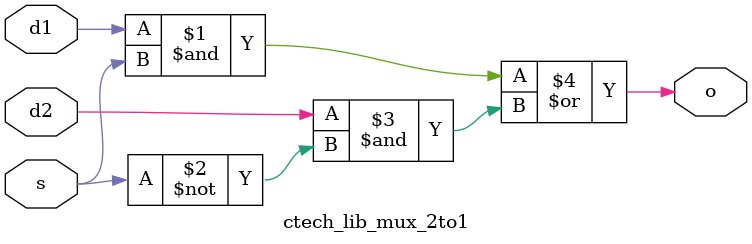
<source format=sv>

`include "hs_chv_macro_tech_map.vh"
module ctech_lib_mux_2to1 (
   input logic d1,
   input logic d2,
   input logic s,
   output logic o
);
   `ifndef DC
   assign o = (d1&s)|(d2&~s);
   `else
  `LIB_MUX_2TO1_HF(o,d1,d2,s)
   `endif
endmodule

</source>
